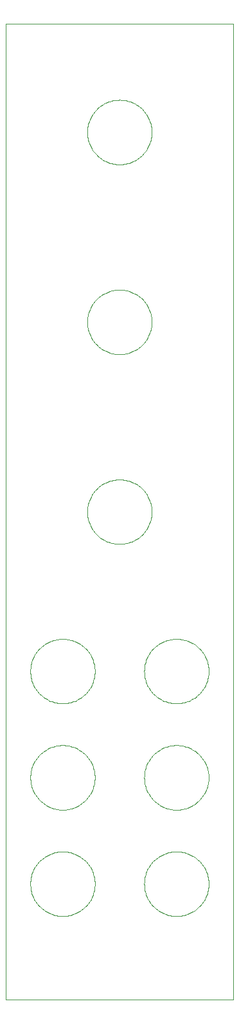
<source format=gm1>
G75*
G70*
%OFA0B0*%
%FSLAX24Y24*%
%IPPOS*%
%LPD*%
%AMOC8*
5,1,8,0,0,1.08239X$1,22.5*
%
%ADD10C,0.0000*%
D10*
X000165Y000150D02*
X000165Y050741D01*
X011976Y050741D01*
X011976Y000150D01*
X000165Y000150D01*
X001445Y006154D02*
X001447Y006236D01*
X001453Y006318D01*
X001463Y006399D01*
X001477Y006480D01*
X001495Y006561D01*
X001517Y006640D01*
X001543Y006718D01*
X001572Y006794D01*
X001606Y006869D01*
X001643Y006943D01*
X001683Y007014D01*
X001727Y007083D01*
X001774Y007151D01*
X001825Y007215D01*
X001878Y007278D01*
X001935Y007337D01*
X001994Y007394D01*
X002057Y007447D01*
X002121Y007498D01*
X002189Y007545D01*
X002258Y007589D01*
X002329Y007629D01*
X002403Y007666D01*
X002478Y007700D01*
X002554Y007729D01*
X002632Y007755D01*
X002711Y007777D01*
X002792Y007795D01*
X002873Y007809D01*
X002954Y007819D01*
X003036Y007825D01*
X003118Y007827D01*
X003200Y007825D01*
X003282Y007819D01*
X003363Y007809D01*
X003444Y007795D01*
X003525Y007777D01*
X003604Y007755D01*
X003682Y007729D01*
X003758Y007700D01*
X003833Y007666D01*
X003907Y007629D01*
X003978Y007589D01*
X004047Y007545D01*
X004115Y007498D01*
X004179Y007447D01*
X004242Y007394D01*
X004301Y007337D01*
X004358Y007278D01*
X004411Y007215D01*
X004462Y007151D01*
X004509Y007083D01*
X004553Y007014D01*
X004593Y006943D01*
X004630Y006869D01*
X004664Y006794D01*
X004693Y006718D01*
X004719Y006640D01*
X004741Y006561D01*
X004759Y006480D01*
X004773Y006399D01*
X004783Y006318D01*
X004789Y006236D01*
X004791Y006154D01*
X004789Y006072D01*
X004783Y005990D01*
X004773Y005909D01*
X004759Y005828D01*
X004741Y005747D01*
X004719Y005668D01*
X004693Y005590D01*
X004664Y005514D01*
X004630Y005439D01*
X004593Y005365D01*
X004553Y005294D01*
X004509Y005225D01*
X004462Y005157D01*
X004411Y005093D01*
X004358Y005030D01*
X004301Y004971D01*
X004242Y004914D01*
X004179Y004861D01*
X004115Y004810D01*
X004047Y004763D01*
X003978Y004719D01*
X003907Y004679D01*
X003833Y004642D01*
X003758Y004608D01*
X003682Y004579D01*
X003604Y004553D01*
X003525Y004531D01*
X003444Y004513D01*
X003363Y004499D01*
X003282Y004489D01*
X003200Y004483D01*
X003118Y004481D01*
X003036Y004483D01*
X002954Y004489D01*
X002873Y004499D01*
X002792Y004513D01*
X002711Y004531D01*
X002632Y004553D01*
X002554Y004579D01*
X002478Y004608D01*
X002403Y004642D01*
X002329Y004679D01*
X002258Y004719D01*
X002189Y004763D01*
X002121Y004810D01*
X002057Y004861D01*
X001994Y004914D01*
X001935Y004971D01*
X001878Y005030D01*
X001825Y005093D01*
X001774Y005157D01*
X001727Y005225D01*
X001683Y005294D01*
X001643Y005365D01*
X001606Y005439D01*
X001572Y005514D01*
X001543Y005590D01*
X001517Y005668D01*
X001495Y005747D01*
X001477Y005828D01*
X001463Y005909D01*
X001453Y005990D01*
X001447Y006072D01*
X001445Y006154D01*
X001445Y011666D02*
X001447Y011748D01*
X001453Y011830D01*
X001463Y011911D01*
X001477Y011992D01*
X001495Y012073D01*
X001517Y012152D01*
X001543Y012230D01*
X001572Y012306D01*
X001606Y012381D01*
X001643Y012455D01*
X001683Y012526D01*
X001727Y012595D01*
X001774Y012663D01*
X001825Y012727D01*
X001878Y012790D01*
X001935Y012849D01*
X001994Y012906D01*
X002057Y012959D01*
X002121Y013010D01*
X002189Y013057D01*
X002258Y013101D01*
X002329Y013141D01*
X002403Y013178D01*
X002478Y013212D01*
X002554Y013241D01*
X002632Y013267D01*
X002711Y013289D01*
X002792Y013307D01*
X002873Y013321D01*
X002954Y013331D01*
X003036Y013337D01*
X003118Y013339D01*
X003200Y013337D01*
X003282Y013331D01*
X003363Y013321D01*
X003444Y013307D01*
X003525Y013289D01*
X003604Y013267D01*
X003682Y013241D01*
X003758Y013212D01*
X003833Y013178D01*
X003907Y013141D01*
X003978Y013101D01*
X004047Y013057D01*
X004115Y013010D01*
X004179Y012959D01*
X004242Y012906D01*
X004301Y012849D01*
X004358Y012790D01*
X004411Y012727D01*
X004462Y012663D01*
X004509Y012595D01*
X004553Y012526D01*
X004593Y012455D01*
X004630Y012381D01*
X004664Y012306D01*
X004693Y012230D01*
X004719Y012152D01*
X004741Y012073D01*
X004759Y011992D01*
X004773Y011911D01*
X004783Y011830D01*
X004789Y011748D01*
X004791Y011666D01*
X004789Y011584D01*
X004783Y011502D01*
X004773Y011421D01*
X004759Y011340D01*
X004741Y011259D01*
X004719Y011180D01*
X004693Y011102D01*
X004664Y011026D01*
X004630Y010951D01*
X004593Y010877D01*
X004553Y010806D01*
X004509Y010737D01*
X004462Y010669D01*
X004411Y010605D01*
X004358Y010542D01*
X004301Y010483D01*
X004242Y010426D01*
X004179Y010373D01*
X004115Y010322D01*
X004047Y010275D01*
X003978Y010231D01*
X003907Y010191D01*
X003833Y010154D01*
X003758Y010120D01*
X003682Y010091D01*
X003604Y010065D01*
X003525Y010043D01*
X003444Y010025D01*
X003363Y010011D01*
X003282Y010001D01*
X003200Y009995D01*
X003118Y009993D01*
X003036Y009995D01*
X002954Y010001D01*
X002873Y010011D01*
X002792Y010025D01*
X002711Y010043D01*
X002632Y010065D01*
X002554Y010091D01*
X002478Y010120D01*
X002403Y010154D01*
X002329Y010191D01*
X002258Y010231D01*
X002189Y010275D01*
X002121Y010322D01*
X002057Y010373D01*
X001994Y010426D01*
X001935Y010483D01*
X001878Y010542D01*
X001825Y010605D01*
X001774Y010669D01*
X001727Y010737D01*
X001683Y010806D01*
X001643Y010877D01*
X001606Y010951D01*
X001572Y011026D01*
X001543Y011102D01*
X001517Y011180D01*
X001495Y011259D01*
X001477Y011340D01*
X001463Y011421D01*
X001453Y011502D01*
X001447Y011584D01*
X001445Y011666D01*
X001445Y017178D02*
X001447Y017260D01*
X001453Y017342D01*
X001463Y017423D01*
X001477Y017504D01*
X001495Y017585D01*
X001517Y017664D01*
X001543Y017742D01*
X001572Y017818D01*
X001606Y017893D01*
X001643Y017967D01*
X001683Y018038D01*
X001727Y018107D01*
X001774Y018175D01*
X001825Y018239D01*
X001878Y018302D01*
X001935Y018361D01*
X001994Y018418D01*
X002057Y018471D01*
X002121Y018522D01*
X002189Y018569D01*
X002258Y018613D01*
X002329Y018653D01*
X002403Y018690D01*
X002478Y018724D01*
X002554Y018753D01*
X002632Y018779D01*
X002711Y018801D01*
X002792Y018819D01*
X002873Y018833D01*
X002954Y018843D01*
X003036Y018849D01*
X003118Y018851D01*
X003200Y018849D01*
X003282Y018843D01*
X003363Y018833D01*
X003444Y018819D01*
X003525Y018801D01*
X003604Y018779D01*
X003682Y018753D01*
X003758Y018724D01*
X003833Y018690D01*
X003907Y018653D01*
X003978Y018613D01*
X004047Y018569D01*
X004115Y018522D01*
X004179Y018471D01*
X004242Y018418D01*
X004301Y018361D01*
X004358Y018302D01*
X004411Y018239D01*
X004462Y018175D01*
X004509Y018107D01*
X004553Y018038D01*
X004593Y017967D01*
X004630Y017893D01*
X004664Y017818D01*
X004693Y017742D01*
X004719Y017664D01*
X004741Y017585D01*
X004759Y017504D01*
X004773Y017423D01*
X004783Y017342D01*
X004789Y017260D01*
X004791Y017178D01*
X004789Y017096D01*
X004783Y017014D01*
X004773Y016933D01*
X004759Y016852D01*
X004741Y016771D01*
X004719Y016692D01*
X004693Y016614D01*
X004664Y016538D01*
X004630Y016463D01*
X004593Y016389D01*
X004553Y016318D01*
X004509Y016249D01*
X004462Y016181D01*
X004411Y016117D01*
X004358Y016054D01*
X004301Y015995D01*
X004242Y015938D01*
X004179Y015885D01*
X004115Y015834D01*
X004047Y015787D01*
X003978Y015743D01*
X003907Y015703D01*
X003833Y015666D01*
X003758Y015632D01*
X003682Y015603D01*
X003604Y015577D01*
X003525Y015555D01*
X003444Y015537D01*
X003363Y015523D01*
X003282Y015513D01*
X003200Y015507D01*
X003118Y015505D01*
X003036Y015507D01*
X002954Y015513D01*
X002873Y015523D01*
X002792Y015537D01*
X002711Y015555D01*
X002632Y015577D01*
X002554Y015603D01*
X002478Y015632D01*
X002403Y015666D01*
X002329Y015703D01*
X002258Y015743D01*
X002189Y015787D01*
X002121Y015834D01*
X002057Y015885D01*
X001994Y015938D01*
X001935Y015995D01*
X001878Y016054D01*
X001825Y016117D01*
X001774Y016181D01*
X001727Y016249D01*
X001683Y016318D01*
X001643Y016389D01*
X001606Y016463D01*
X001572Y016538D01*
X001543Y016614D01*
X001517Y016692D01*
X001495Y016771D01*
X001477Y016852D01*
X001463Y016933D01*
X001453Y017014D01*
X001447Y017096D01*
X001445Y017178D01*
X004398Y025445D02*
X004400Y025527D01*
X004406Y025609D01*
X004416Y025690D01*
X004430Y025771D01*
X004448Y025852D01*
X004470Y025931D01*
X004496Y026009D01*
X004525Y026085D01*
X004559Y026160D01*
X004596Y026234D01*
X004636Y026305D01*
X004680Y026374D01*
X004727Y026442D01*
X004778Y026506D01*
X004831Y026569D01*
X004888Y026628D01*
X004947Y026685D01*
X005010Y026738D01*
X005074Y026789D01*
X005142Y026836D01*
X005211Y026880D01*
X005282Y026920D01*
X005356Y026957D01*
X005431Y026991D01*
X005507Y027020D01*
X005585Y027046D01*
X005664Y027068D01*
X005745Y027086D01*
X005826Y027100D01*
X005907Y027110D01*
X005989Y027116D01*
X006071Y027118D01*
X006153Y027116D01*
X006235Y027110D01*
X006316Y027100D01*
X006397Y027086D01*
X006478Y027068D01*
X006557Y027046D01*
X006635Y027020D01*
X006711Y026991D01*
X006786Y026957D01*
X006860Y026920D01*
X006931Y026880D01*
X007000Y026836D01*
X007068Y026789D01*
X007132Y026738D01*
X007195Y026685D01*
X007254Y026628D01*
X007311Y026569D01*
X007364Y026506D01*
X007415Y026442D01*
X007462Y026374D01*
X007506Y026305D01*
X007546Y026234D01*
X007583Y026160D01*
X007617Y026085D01*
X007646Y026009D01*
X007672Y025931D01*
X007694Y025852D01*
X007712Y025771D01*
X007726Y025690D01*
X007736Y025609D01*
X007742Y025527D01*
X007744Y025445D01*
X007742Y025363D01*
X007736Y025281D01*
X007726Y025200D01*
X007712Y025119D01*
X007694Y025038D01*
X007672Y024959D01*
X007646Y024881D01*
X007617Y024805D01*
X007583Y024730D01*
X007546Y024656D01*
X007506Y024585D01*
X007462Y024516D01*
X007415Y024448D01*
X007364Y024384D01*
X007311Y024321D01*
X007254Y024262D01*
X007195Y024205D01*
X007132Y024152D01*
X007068Y024101D01*
X007000Y024054D01*
X006931Y024010D01*
X006860Y023970D01*
X006786Y023933D01*
X006711Y023899D01*
X006635Y023870D01*
X006557Y023844D01*
X006478Y023822D01*
X006397Y023804D01*
X006316Y023790D01*
X006235Y023780D01*
X006153Y023774D01*
X006071Y023772D01*
X005989Y023774D01*
X005907Y023780D01*
X005826Y023790D01*
X005745Y023804D01*
X005664Y023822D01*
X005585Y023844D01*
X005507Y023870D01*
X005431Y023899D01*
X005356Y023933D01*
X005282Y023970D01*
X005211Y024010D01*
X005142Y024054D01*
X005074Y024101D01*
X005010Y024152D01*
X004947Y024205D01*
X004888Y024262D01*
X004831Y024321D01*
X004778Y024384D01*
X004727Y024448D01*
X004680Y024516D01*
X004636Y024585D01*
X004596Y024656D01*
X004559Y024730D01*
X004525Y024805D01*
X004496Y024881D01*
X004470Y024959D01*
X004448Y025038D01*
X004430Y025119D01*
X004416Y025200D01*
X004406Y025281D01*
X004400Y025363D01*
X004398Y025445D01*
X004398Y035288D02*
X004400Y035370D01*
X004406Y035452D01*
X004416Y035533D01*
X004430Y035614D01*
X004448Y035695D01*
X004470Y035774D01*
X004496Y035852D01*
X004525Y035928D01*
X004559Y036003D01*
X004596Y036077D01*
X004636Y036148D01*
X004680Y036217D01*
X004727Y036285D01*
X004778Y036349D01*
X004831Y036412D01*
X004888Y036471D01*
X004947Y036528D01*
X005010Y036581D01*
X005074Y036632D01*
X005142Y036679D01*
X005211Y036723D01*
X005282Y036763D01*
X005356Y036800D01*
X005431Y036834D01*
X005507Y036863D01*
X005585Y036889D01*
X005664Y036911D01*
X005745Y036929D01*
X005826Y036943D01*
X005907Y036953D01*
X005989Y036959D01*
X006071Y036961D01*
X006153Y036959D01*
X006235Y036953D01*
X006316Y036943D01*
X006397Y036929D01*
X006478Y036911D01*
X006557Y036889D01*
X006635Y036863D01*
X006711Y036834D01*
X006786Y036800D01*
X006860Y036763D01*
X006931Y036723D01*
X007000Y036679D01*
X007068Y036632D01*
X007132Y036581D01*
X007195Y036528D01*
X007254Y036471D01*
X007311Y036412D01*
X007364Y036349D01*
X007415Y036285D01*
X007462Y036217D01*
X007506Y036148D01*
X007546Y036077D01*
X007583Y036003D01*
X007617Y035928D01*
X007646Y035852D01*
X007672Y035774D01*
X007694Y035695D01*
X007712Y035614D01*
X007726Y035533D01*
X007736Y035452D01*
X007742Y035370D01*
X007744Y035288D01*
X007742Y035206D01*
X007736Y035124D01*
X007726Y035043D01*
X007712Y034962D01*
X007694Y034881D01*
X007672Y034802D01*
X007646Y034724D01*
X007617Y034648D01*
X007583Y034573D01*
X007546Y034499D01*
X007506Y034428D01*
X007462Y034359D01*
X007415Y034291D01*
X007364Y034227D01*
X007311Y034164D01*
X007254Y034105D01*
X007195Y034048D01*
X007132Y033995D01*
X007068Y033944D01*
X007000Y033897D01*
X006931Y033853D01*
X006860Y033813D01*
X006786Y033776D01*
X006711Y033742D01*
X006635Y033713D01*
X006557Y033687D01*
X006478Y033665D01*
X006397Y033647D01*
X006316Y033633D01*
X006235Y033623D01*
X006153Y033617D01*
X006071Y033615D01*
X005989Y033617D01*
X005907Y033623D01*
X005826Y033633D01*
X005745Y033647D01*
X005664Y033665D01*
X005585Y033687D01*
X005507Y033713D01*
X005431Y033742D01*
X005356Y033776D01*
X005282Y033813D01*
X005211Y033853D01*
X005142Y033897D01*
X005074Y033944D01*
X005010Y033995D01*
X004947Y034048D01*
X004888Y034105D01*
X004831Y034164D01*
X004778Y034227D01*
X004727Y034291D01*
X004680Y034359D01*
X004636Y034428D01*
X004596Y034499D01*
X004559Y034573D01*
X004525Y034648D01*
X004496Y034724D01*
X004470Y034802D01*
X004448Y034881D01*
X004430Y034962D01*
X004416Y035043D01*
X004406Y035124D01*
X004400Y035206D01*
X004398Y035288D01*
X004398Y045130D02*
X004400Y045212D01*
X004406Y045294D01*
X004416Y045375D01*
X004430Y045456D01*
X004448Y045537D01*
X004470Y045616D01*
X004496Y045694D01*
X004525Y045770D01*
X004559Y045845D01*
X004596Y045919D01*
X004636Y045990D01*
X004680Y046059D01*
X004727Y046127D01*
X004778Y046191D01*
X004831Y046254D01*
X004888Y046313D01*
X004947Y046370D01*
X005010Y046423D01*
X005074Y046474D01*
X005142Y046521D01*
X005211Y046565D01*
X005282Y046605D01*
X005356Y046642D01*
X005431Y046676D01*
X005507Y046705D01*
X005585Y046731D01*
X005664Y046753D01*
X005745Y046771D01*
X005826Y046785D01*
X005907Y046795D01*
X005989Y046801D01*
X006071Y046803D01*
X006153Y046801D01*
X006235Y046795D01*
X006316Y046785D01*
X006397Y046771D01*
X006478Y046753D01*
X006557Y046731D01*
X006635Y046705D01*
X006711Y046676D01*
X006786Y046642D01*
X006860Y046605D01*
X006931Y046565D01*
X007000Y046521D01*
X007068Y046474D01*
X007132Y046423D01*
X007195Y046370D01*
X007254Y046313D01*
X007311Y046254D01*
X007364Y046191D01*
X007415Y046127D01*
X007462Y046059D01*
X007506Y045990D01*
X007546Y045919D01*
X007583Y045845D01*
X007617Y045770D01*
X007646Y045694D01*
X007672Y045616D01*
X007694Y045537D01*
X007712Y045456D01*
X007726Y045375D01*
X007736Y045294D01*
X007742Y045212D01*
X007744Y045130D01*
X007742Y045048D01*
X007736Y044966D01*
X007726Y044885D01*
X007712Y044804D01*
X007694Y044723D01*
X007672Y044644D01*
X007646Y044566D01*
X007617Y044490D01*
X007583Y044415D01*
X007546Y044341D01*
X007506Y044270D01*
X007462Y044201D01*
X007415Y044133D01*
X007364Y044069D01*
X007311Y044006D01*
X007254Y043947D01*
X007195Y043890D01*
X007132Y043837D01*
X007068Y043786D01*
X007000Y043739D01*
X006931Y043695D01*
X006860Y043655D01*
X006786Y043618D01*
X006711Y043584D01*
X006635Y043555D01*
X006557Y043529D01*
X006478Y043507D01*
X006397Y043489D01*
X006316Y043475D01*
X006235Y043465D01*
X006153Y043459D01*
X006071Y043457D01*
X005989Y043459D01*
X005907Y043465D01*
X005826Y043475D01*
X005745Y043489D01*
X005664Y043507D01*
X005585Y043529D01*
X005507Y043555D01*
X005431Y043584D01*
X005356Y043618D01*
X005282Y043655D01*
X005211Y043695D01*
X005142Y043739D01*
X005074Y043786D01*
X005010Y043837D01*
X004947Y043890D01*
X004888Y043947D01*
X004831Y044006D01*
X004778Y044069D01*
X004727Y044133D01*
X004680Y044201D01*
X004636Y044270D01*
X004596Y044341D01*
X004559Y044415D01*
X004525Y044490D01*
X004496Y044566D01*
X004470Y044644D01*
X004448Y044723D01*
X004430Y044804D01*
X004416Y044885D01*
X004406Y044966D01*
X004400Y045048D01*
X004398Y045130D01*
X007351Y017178D02*
X007353Y017260D01*
X007359Y017342D01*
X007369Y017423D01*
X007383Y017504D01*
X007401Y017585D01*
X007423Y017664D01*
X007449Y017742D01*
X007478Y017818D01*
X007512Y017893D01*
X007549Y017967D01*
X007589Y018038D01*
X007633Y018107D01*
X007680Y018175D01*
X007731Y018239D01*
X007784Y018302D01*
X007841Y018361D01*
X007900Y018418D01*
X007963Y018471D01*
X008027Y018522D01*
X008095Y018569D01*
X008164Y018613D01*
X008235Y018653D01*
X008309Y018690D01*
X008384Y018724D01*
X008460Y018753D01*
X008538Y018779D01*
X008617Y018801D01*
X008698Y018819D01*
X008779Y018833D01*
X008860Y018843D01*
X008942Y018849D01*
X009024Y018851D01*
X009106Y018849D01*
X009188Y018843D01*
X009269Y018833D01*
X009350Y018819D01*
X009431Y018801D01*
X009510Y018779D01*
X009588Y018753D01*
X009664Y018724D01*
X009739Y018690D01*
X009813Y018653D01*
X009884Y018613D01*
X009953Y018569D01*
X010021Y018522D01*
X010085Y018471D01*
X010148Y018418D01*
X010207Y018361D01*
X010264Y018302D01*
X010317Y018239D01*
X010368Y018175D01*
X010415Y018107D01*
X010459Y018038D01*
X010499Y017967D01*
X010536Y017893D01*
X010570Y017818D01*
X010599Y017742D01*
X010625Y017664D01*
X010647Y017585D01*
X010665Y017504D01*
X010679Y017423D01*
X010689Y017342D01*
X010695Y017260D01*
X010697Y017178D01*
X010695Y017096D01*
X010689Y017014D01*
X010679Y016933D01*
X010665Y016852D01*
X010647Y016771D01*
X010625Y016692D01*
X010599Y016614D01*
X010570Y016538D01*
X010536Y016463D01*
X010499Y016389D01*
X010459Y016318D01*
X010415Y016249D01*
X010368Y016181D01*
X010317Y016117D01*
X010264Y016054D01*
X010207Y015995D01*
X010148Y015938D01*
X010085Y015885D01*
X010021Y015834D01*
X009953Y015787D01*
X009884Y015743D01*
X009813Y015703D01*
X009739Y015666D01*
X009664Y015632D01*
X009588Y015603D01*
X009510Y015577D01*
X009431Y015555D01*
X009350Y015537D01*
X009269Y015523D01*
X009188Y015513D01*
X009106Y015507D01*
X009024Y015505D01*
X008942Y015507D01*
X008860Y015513D01*
X008779Y015523D01*
X008698Y015537D01*
X008617Y015555D01*
X008538Y015577D01*
X008460Y015603D01*
X008384Y015632D01*
X008309Y015666D01*
X008235Y015703D01*
X008164Y015743D01*
X008095Y015787D01*
X008027Y015834D01*
X007963Y015885D01*
X007900Y015938D01*
X007841Y015995D01*
X007784Y016054D01*
X007731Y016117D01*
X007680Y016181D01*
X007633Y016249D01*
X007589Y016318D01*
X007549Y016389D01*
X007512Y016463D01*
X007478Y016538D01*
X007449Y016614D01*
X007423Y016692D01*
X007401Y016771D01*
X007383Y016852D01*
X007369Y016933D01*
X007359Y017014D01*
X007353Y017096D01*
X007351Y017178D01*
X007351Y011666D02*
X007353Y011748D01*
X007359Y011830D01*
X007369Y011911D01*
X007383Y011992D01*
X007401Y012073D01*
X007423Y012152D01*
X007449Y012230D01*
X007478Y012306D01*
X007512Y012381D01*
X007549Y012455D01*
X007589Y012526D01*
X007633Y012595D01*
X007680Y012663D01*
X007731Y012727D01*
X007784Y012790D01*
X007841Y012849D01*
X007900Y012906D01*
X007963Y012959D01*
X008027Y013010D01*
X008095Y013057D01*
X008164Y013101D01*
X008235Y013141D01*
X008309Y013178D01*
X008384Y013212D01*
X008460Y013241D01*
X008538Y013267D01*
X008617Y013289D01*
X008698Y013307D01*
X008779Y013321D01*
X008860Y013331D01*
X008942Y013337D01*
X009024Y013339D01*
X009106Y013337D01*
X009188Y013331D01*
X009269Y013321D01*
X009350Y013307D01*
X009431Y013289D01*
X009510Y013267D01*
X009588Y013241D01*
X009664Y013212D01*
X009739Y013178D01*
X009813Y013141D01*
X009884Y013101D01*
X009953Y013057D01*
X010021Y013010D01*
X010085Y012959D01*
X010148Y012906D01*
X010207Y012849D01*
X010264Y012790D01*
X010317Y012727D01*
X010368Y012663D01*
X010415Y012595D01*
X010459Y012526D01*
X010499Y012455D01*
X010536Y012381D01*
X010570Y012306D01*
X010599Y012230D01*
X010625Y012152D01*
X010647Y012073D01*
X010665Y011992D01*
X010679Y011911D01*
X010689Y011830D01*
X010695Y011748D01*
X010697Y011666D01*
X010695Y011584D01*
X010689Y011502D01*
X010679Y011421D01*
X010665Y011340D01*
X010647Y011259D01*
X010625Y011180D01*
X010599Y011102D01*
X010570Y011026D01*
X010536Y010951D01*
X010499Y010877D01*
X010459Y010806D01*
X010415Y010737D01*
X010368Y010669D01*
X010317Y010605D01*
X010264Y010542D01*
X010207Y010483D01*
X010148Y010426D01*
X010085Y010373D01*
X010021Y010322D01*
X009953Y010275D01*
X009884Y010231D01*
X009813Y010191D01*
X009739Y010154D01*
X009664Y010120D01*
X009588Y010091D01*
X009510Y010065D01*
X009431Y010043D01*
X009350Y010025D01*
X009269Y010011D01*
X009188Y010001D01*
X009106Y009995D01*
X009024Y009993D01*
X008942Y009995D01*
X008860Y010001D01*
X008779Y010011D01*
X008698Y010025D01*
X008617Y010043D01*
X008538Y010065D01*
X008460Y010091D01*
X008384Y010120D01*
X008309Y010154D01*
X008235Y010191D01*
X008164Y010231D01*
X008095Y010275D01*
X008027Y010322D01*
X007963Y010373D01*
X007900Y010426D01*
X007841Y010483D01*
X007784Y010542D01*
X007731Y010605D01*
X007680Y010669D01*
X007633Y010737D01*
X007589Y010806D01*
X007549Y010877D01*
X007512Y010951D01*
X007478Y011026D01*
X007449Y011102D01*
X007423Y011180D01*
X007401Y011259D01*
X007383Y011340D01*
X007369Y011421D01*
X007359Y011502D01*
X007353Y011584D01*
X007351Y011666D01*
X007351Y006154D02*
X007353Y006236D01*
X007359Y006318D01*
X007369Y006399D01*
X007383Y006480D01*
X007401Y006561D01*
X007423Y006640D01*
X007449Y006718D01*
X007478Y006794D01*
X007512Y006869D01*
X007549Y006943D01*
X007589Y007014D01*
X007633Y007083D01*
X007680Y007151D01*
X007731Y007215D01*
X007784Y007278D01*
X007841Y007337D01*
X007900Y007394D01*
X007963Y007447D01*
X008027Y007498D01*
X008095Y007545D01*
X008164Y007589D01*
X008235Y007629D01*
X008309Y007666D01*
X008384Y007700D01*
X008460Y007729D01*
X008538Y007755D01*
X008617Y007777D01*
X008698Y007795D01*
X008779Y007809D01*
X008860Y007819D01*
X008942Y007825D01*
X009024Y007827D01*
X009106Y007825D01*
X009188Y007819D01*
X009269Y007809D01*
X009350Y007795D01*
X009431Y007777D01*
X009510Y007755D01*
X009588Y007729D01*
X009664Y007700D01*
X009739Y007666D01*
X009813Y007629D01*
X009884Y007589D01*
X009953Y007545D01*
X010021Y007498D01*
X010085Y007447D01*
X010148Y007394D01*
X010207Y007337D01*
X010264Y007278D01*
X010317Y007215D01*
X010368Y007151D01*
X010415Y007083D01*
X010459Y007014D01*
X010499Y006943D01*
X010536Y006869D01*
X010570Y006794D01*
X010599Y006718D01*
X010625Y006640D01*
X010647Y006561D01*
X010665Y006480D01*
X010679Y006399D01*
X010689Y006318D01*
X010695Y006236D01*
X010697Y006154D01*
X010695Y006072D01*
X010689Y005990D01*
X010679Y005909D01*
X010665Y005828D01*
X010647Y005747D01*
X010625Y005668D01*
X010599Y005590D01*
X010570Y005514D01*
X010536Y005439D01*
X010499Y005365D01*
X010459Y005294D01*
X010415Y005225D01*
X010368Y005157D01*
X010317Y005093D01*
X010264Y005030D01*
X010207Y004971D01*
X010148Y004914D01*
X010085Y004861D01*
X010021Y004810D01*
X009953Y004763D01*
X009884Y004719D01*
X009813Y004679D01*
X009739Y004642D01*
X009664Y004608D01*
X009588Y004579D01*
X009510Y004553D01*
X009431Y004531D01*
X009350Y004513D01*
X009269Y004499D01*
X009188Y004489D01*
X009106Y004483D01*
X009024Y004481D01*
X008942Y004483D01*
X008860Y004489D01*
X008779Y004499D01*
X008698Y004513D01*
X008617Y004531D01*
X008538Y004553D01*
X008460Y004579D01*
X008384Y004608D01*
X008309Y004642D01*
X008235Y004679D01*
X008164Y004719D01*
X008095Y004763D01*
X008027Y004810D01*
X007963Y004861D01*
X007900Y004914D01*
X007841Y004971D01*
X007784Y005030D01*
X007731Y005093D01*
X007680Y005157D01*
X007633Y005225D01*
X007589Y005294D01*
X007549Y005365D01*
X007512Y005439D01*
X007478Y005514D01*
X007449Y005590D01*
X007423Y005668D01*
X007401Y005747D01*
X007383Y005828D01*
X007369Y005909D01*
X007359Y005990D01*
X007353Y006072D01*
X007351Y006154D01*
M02*

</source>
